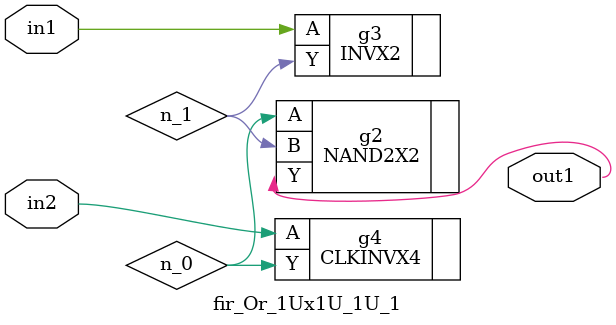
<source format=v>
`timescale 1ps / 1ps


module fir_Or_1Ux1U_1U_1(in2, in1, out1);
  input in2, in1;
  output out1;
  wire in2, in1;
  wire out1;
  wire n_0, n_1;
  NAND2X2 g2(.A (n_0), .B (n_1), .Y (out1));
  INVX2 g3(.A (in1), .Y (n_1));
  CLKINVX4 g4(.A (in2), .Y (n_0));
endmodule



</source>
